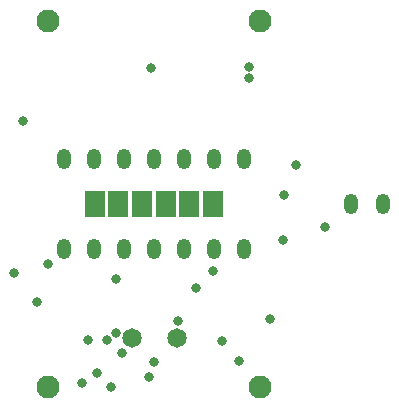
<source format=gbs>
G04 Layer_Color=16711935*
%FSAX44Y44*%
%MOMM*%
G71*
G01*
G75*
%ADD34C,1.9500*%
%ADD35C,1.6500*%
%ADD36O,1.2500X1.7500*%
%ADD37C,0.8350*%
%ADD38R,1.7000X2.2000*%
D34*
X00698000Y01092000D02*
D03*
X00518000D02*
D03*
Y00782000D02*
D03*
X00698000D02*
D03*
D35*
X00589280Y00822960D02*
D03*
X00627379D02*
D03*
D36*
X00801750Y00937000D02*
D03*
X00774750D02*
D03*
X00684200Y00975100D02*
D03*
X00658800D02*
D03*
X00633400D02*
D03*
X00608000D02*
D03*
X00582600D02*
D03*
X00557200D02*
D03*
X00531800D02*
D03*
X00684200Y00898900D02*
D03*
X00658800D02*
D03*
X00633400D02*
D03*
X00608000D02*
D03*
X00582600D02*
D03*
X00557200D02*
D03*
X00531800D02*
D03*
D37*
X00643382Y00865378D02*
D03*
X00575818Y00827898D02*
D03*
X00551942Y00821690D02*
D03*
X00568452Y00821469D02*
D03*
X00508762Y00853440D02*
D03*
X00559816Y00793242D02*
D03*
X00706120Y00838962D02*
D03*
X00603504Y00790448D02*
D03*
X00572008Y00781558D02*
D03*
X00580898Y00810514D02*
D03*
X00518160Y00885698D02*
D03*
X00628269Y00837565D02*
D03*
X00657860Y00879856D02*
D03*
X00753000Y00917000D02*
D03*
X00665383Y00821000D02*
D03*
X00608000Y00803000D02*
D03*
X00576000Y00873000D02*
D03*
X00689000Y01053000D02*
D03*
X00606000Y01052000D02*
D03*
X00728000Y00970000D02*
D03*
X00718000Y00944000D02*
D03*
X00547000Y00785000D02*
D03*
X00717000Y00906000D02*
D03*
X00680000Y00804000D02*
D03*
X00497000Y01007000D02*
D03*
X00490000Y00878000D02*
D03*
X00689000Y01043000D02*
D03*
D38*
X00657999Y00937000D02*
D03*
X00637999D02*
D03*
X00617999D02*
D03*
X00597999D02*
D03*
X00577999D02*
D03*
X00557999D02*
D03*
M02*

</source>
